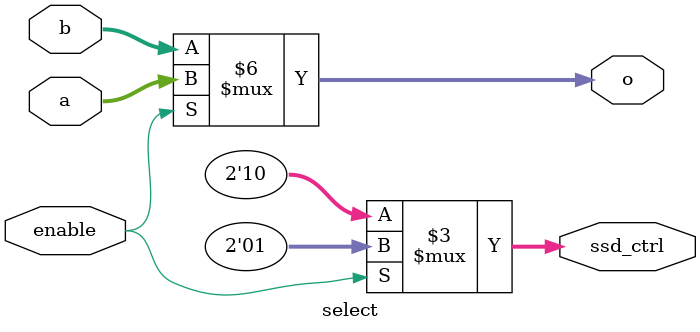
<source format=v>
`timescale 1ns / 1ps


module select(
    input [3:0] a,
    input [3:0] b,
    output [3:0] o,
    output [1:0] ssd_ctrl,
    input enable
    );

reg [3:0] o;
reg [1:0] ssd_ctrl;

always @(a or b or enable)
begin
    if(enable)
    begin
        o[3:0] <= a[3:0];
        ssd_ctrl[1:0] <= 2'b01;
    end
    else
    begin
        o[3:0] <= b[3:0];
        ssd_ctrl[1:0] <= 2'b10;
    end
end

endmodule

</source>
